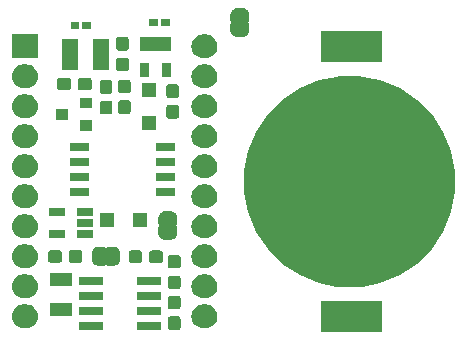
<source format=gbr>
G04 #@! TF.GenerationSoftware,KiCad,Pcbnew,(5.1.5)-3*
G04 #@! TF.CreationDate,2020-05-07T17:46:45-04:00*
G04 #@! TF.ProjectId,CR2025_Nordic,43523230-3235-45f4-9e6f-726469632e6b,rev?*
G04 #@! TF.SameCoordinates,Original*
G04 #@! TF.FileFunction,Soldermask,Top*
G04 #@! TF.FilePolarity,Negative*
%FSLAX46Y46*%
G04 Gerber Fmt 4.6, Leading zero omitted, Abs format (unit mm)*
G04 Created by KiCad (PCBNEW (5.1.5)-3) date 2020-05-07 17:46:45*
%MOMM*%
%LPD*%
G04 APERTURE LIST*
%ADD10C,0.100000*%
G04 APERTURE END LIST*
D10*
G36*
X157018000Y-103351000D02*
G01*
X151836000Y-103351000D01*
X151836000Y-100709000D01*
X157018000Y-100709000D01*
X157018000Y-103351000D01*
G37*
G36*
X138273768Y-102470964D02*
G01*
X138294849Y-102477360D01*
X138314285Y-102487748D01*
X138331316Y-102501724D01*
X138345292Y-102518755D01*
X138355680Y-102538191D01*
X138362076Y-102559272D01*
X138364840Y-102587340D01*
X138364840Y-103051060D01*
X138362076Y-103079128D01*
X138355680Y-103100209D01*
X138345292Y-103119645D01*
X138331316Y-103136676D01*
X138314285Y-103150652D01*
X138294849Y-103161040D01*
X138273768Y-103167436D01*
X138245700Y-103170200D01*
X136431980Y-103170200D01*
X136403912Y-103167436D01*
X136382831Y-103161040D01*
X136363395Y-103150652D01*
X136346364Y-103136676D01*
X136332388Y-103119645D01*
X136322000Y-103100209D01*
X136315604Y-103079128D01*
X136312840Y-103051060D01*
X136312840Y-102587340D01*
X136315604Y-102559272D01*
X136322000Y-102538191D01*
X136332388Y-102518755D01*
X136346364Y-102501724D01*
X136363395Y-102487748D01*
X136382831Y-102477360D01*
X136403912Y-102470964D01*
X136431980Y-102468200D01*
X138245700Y-102468200D01*
X138273768Y-102470964D01*
G37*
G36*
X133323768Y-102470964D02*
G01*
X133344849Y-102477360D01*
X133364285Y-102487748D01*
X133381316Y-102501724D01*
X133395292Y-102518755D01*
X133405680Y-102538191D01*
X133412076Y-102559272D01*
X133414840Y-102587340D01*
X133414840Y-103051060D01*
X133412076Y-103079128D01*
X133405680Y-103100209D01*
X133395292Y-103119645D01*
X133381316Y-103136676D01*
X133364285Y-103150652D01*
X133344849Y-103161040D01*
X133323768Y-103167436D01*
X133295700Y-103170200D01*
X131481980Y-103170200D01*
X131453912Y-103167436D01*
X131432831Y-103161040D01*
X131413395Y-103150652D01*
X131396364Y-103136676D01*
X131382388Y-103119645D01*
X131372000Y-103100209D01*
X131365604Y-103079128D01*
X131362840Y-103051060D01*
X131362840Y-102587340D01*
X131365604Y-102559272D01*
X131372000Y-102538191D01*
X131382388Y-102518755D01*
X131396364Y-102501724D01*
X131413395Y-102487748D01*
X131432831Y-102477360D01*
X131453912Y-102470964D01*
X131481980Y-102468200D01*
X133295700Y-102468200D01*
X133323768Y-102470964D01*
G37*
G36*
X139820659Y-102005045D02*
G01*
X139858155Y-102016420D01*
X139892714Y-102034892D01*
X139923007Y-102059753D01*
X139947868Y-102090046D01*
X139966340Y-102124605D01*
X139977715Y-102162101D01*
X139982160Y-102207238D01*
X139982160Y-102945962D01*
X139977715Y-102991099D01*
X139966340Y-103028595D01*
X139947868Y-103063154D01*
X139923007Y-103093447D01*
X139892714Y-103118308D01*
X139858155Y-103136780D01*
X139820659Y-103148155D01*
X139775522Y-103152600D01*
X139136798Y-103152600D01*
X139091661Y-103148155D01*
X139054165Y-103136780D01*
X139019606Y-103118308D01*
X138989313Y-103093447D01*
X138964452Y-103063154D01*
X138945980Y-103028595D01*
X138934605Y-102991099D01*
X138930160Y-102945962D01*
X138930160Y-102207238D01*
X138934605Y-102162101D01*
X138945980Y-102124605D01*
X138964452Y-102090046D01*
X138989313Y-102059753D01*
X139019606Y-102034892D01*
X139054165Y-102016420D01*
X139091661Y-102005045D01*
X139136798Y-102000600D01*
X139775522Y-102000600D01*
X139820659Y-102005045D01*
G37*
G36*
X127093028Y-101007183D02*
G01*
X127281722Y-101064423D01*
X127455615Y-101157371D01*
X127608039Y-101282461D01*
X127733129Y-101434885D01*
X127826077Y-101608778D01*
X127883317Y-101797472D01*
X127902643Y-101993700D01*
X127883317Y-102189928D01*
X127826077Y-102378622D01*
X127733129Y-102552515D01*
X127608039Y-102704939D01*
X127455615Y-102830029D01*
X127281722Y-102922977D01*
X127093028Y-102980217D01*
X126945975Y-102994700D01*
X126647625Y-102994700D01*
X126500572Y-102980217D01*
X126311878Y-102922977D01*
X126137985Y-102830029D01*
X125985561Y-102704939D01*
X125860471Y-102552515D01*
X125767523Y-102378622D01*
X125710283Y-102189928D01*
X125690957Y-101993700D01*
X125710283Y-101797472D01*
X125767523Y-101608778D01*
X125860471Y-101434885D01*
X125985561Y-101282461D01*
X126137985Y-101157371D01*
X126311878Y-101064423D01*
X126500572Y-101007183D01*
X126647625Y-100992700D01*
X126945975Y-100992700D01*
X127093028Y-101007183D01*
G37*
G36*
X142303028Y-101007183D02*
G01*
X142491722Y-101064423D01*
X142665615Y-101157371D01*
X142818039Y-101282461D01*
X142943129Y-101434885D01*
X143036077Y-101608778D01*
X143093317Y-101797472D01*
X143112643Y-101993700D01*
X143093317Y-102189928D01*
X143036077Y-102378622D01*
X142943129Y-102552515D01*
X142818039Y-102704939D01*
X142665615Y-102830029D01*
X142491722Y-102922977D01*
X142303028Y-102980217D01*
X142155975Y-102994700D01*
X141857625Y-102994700D01*
X141710572Y-102980217D01*
X141521878Y-102922977D01*
X141347985Y-102830029D01*
X141195561Y-102704939D01*
X141070471Y-102552515D01*
X140977523Y-102378622D01*
X140920283Y-102189928D01*
X140900957Y-101993700D01*
X140920283Y-101797472D01*
X140977523Y-101608778D01*
X141070471Y-101434885D01*
X141195561Y-101282461D01*
X141347985Y-101157371D01*
X141521878Y-101064423D01*
X141710572Y-101007183D01*
X141857625Y-100992700D01*
X142155975Y-100992700D01*
X142303028Y-101007183D01*
G37*
G36*
X130795800Y-101937960D02*
G01*
X128893800Y-101937960D01*
X128893800Y-100835960D01*
X130795800Y-100835960D01*
X130795800Y-101937960D01*
G37*
G36*
X138273768Y-101200964D02*
G01*
X138294849Y-101207360D01*
X138314285Y-101217748D01*
X138331316Y-101231724D01*
X138345292Y-101248755D01*
X138355680Y-101268191D01*
X138362076Y-101289272D01*
X138364840Y-101317340D01*
X138364840Y-101781060D01*
X138362076Y-101809128D01*
X138355680Y-101830209D01*
X138345292Y-101849645D01*
X138331316Y-101866676D01*
X138314285Y-101880652D01*
X138294849Y-101891040D01*
X138273768Y-101897436D01*
X138245700Y-101900200D01*
X136431980Y-101900200D01*
X136403912Y-101897436D01*
X136382831Y-101891040D01*
X136363395Y-101880652D01*
X136346364Y-101866676D01*
X136332388Y-101849645D01*
X136322000Y-101830209D01*
X136315604Y-101809128D01*
X136312840Y-101781060D01*
X136312840Y-101317340D01*
X136315604Y-101289272D01*
X136322000Y-101268191D01*
X136332388Y-101248755D01*
X136346364Y-101231724D01*
X136363395Y-101217748D01*
X136382831Y-101207360D01*
X136403912Y-101200964D01*
X136431980Y-101198200D01*
X138245700Y-101198200D01*
X138273768Y-101200964D01*
G37*
G36*
X133323768Y-101200964D02*
G01*
X133344849Y-101207360D01*
X133364285Y-101217748D01*
X133381316Y-101231724D01*
X133395292Y-101248755D01*
X133405680Y-101268191D01*
X133412076Y-101289272D01*
X133414840Y-101317340D01*
X133414840Y-101781060D01*
X133412076Y-101809128D01*
X133405680Y-101830209D01*
X133395292Y-101849645D01*
X133381316Y-101866676D01*
X133364285Y-101880652D01*
X133344849Y-101891040D01*
X133323768Y-101897436D01*
X133295700Y-101900200D01*
X131481980Y-101900200D01*
X131453912Y-101897436D01*
X131432831Y-101891040D01*
X131413395Y-101880652D01*
X131396364Y-101866676D01*
X131382388Y-101849645D01*
X131372000Y-101830209D01*
X131365604Y-101809128D01*
X131362840Y-101781060D01*
X131362840Y-101317340D01*
X131365604Y-101289272D01*
X131372000Y-101268191D01*
X131382388Y-101248755D01*
X131396364Y-101231724D01*
X131413395Y-101217748D01*
X131432831Y-101207360D01*
X131453912Y-101200964D01*
X131481980Y-101198200D01*
X133295700Y-101198200D01*
X133323768Y-101200964D01*
G37*
G36*
X139820659Y-100255045D02*
G01*
X139858155Y-100266420D01*
X139892714Y-100284892D01*
X139923007Y-100309753D01*
X139947868Y-100340046D01*
X139966340Y-100374605D01*
X139977715Y-100412101D01*
X139982160Y-100457238D01*
X139982160Y-101195962D01*
X139977715Y-101241099D01*
X139966340Y-101278595D01*
X139947868Y-101313154D01*
X139923007Y-101343447D01*
X139892714Y-101368308D01*
X139858155Y-101386780D01*
X139820659Y-101398155D01*
X139775522Y-101402600D01*
X139136798Y-101402600D01*
X139091661Y-101398155D01*
X139054165Y-101386780D01*
X139019606Y-101368308D01*
X138989313Y-101343447D01*
X138964452Y-101313154D01*
X138945980Y-101278595D01*
X138934605Y-101241099D01*
X138930160Y-101195962D01*
X138930160Y-100457238D01*
X138934605Y-100412101D01*
X138945980Y-100374605D01*
X138964452Y-100340046D01*
X138989313Y-100309753D01*
X139019606Y-100284892D01*
X139054165Y-100266420D01*
X139091661Y-100255045D01*
X139136798Y-100250600D01*
X139775522Y-100250600D01*
X139820659Y-100255045D01*
G37*
G36*
X138273768Y-99930964D02*
G01*
X138294849Y-99937360D01*
X138314285Y-99947748D01*
X138331316Y-99961724D01*
X138345292Y-99978755D01*
X138355680Y-99998191D01*
X138362076Y-100019272D01*
X138364840Y-100047340D01*
X138364840Y-100511060D01*
X138362076Y-100539128D01*
X138355680Y-100560209D01*
X138345292Y-100579645D01*
X138331316Y-100596676D01*
X138314285Y-100610652D01*
X138294849Y-100621040D01*
X138273768Y-100627436D01*
X138245700Y-100630200D01*
X136431980Y-100630200D01*
X136403912Y-100627436D01*
X136382831Y-100621040D01*
X136363395Y-100610652D01*
X136346364Y-100596676D01*
X136332388Y-100579645D01*
X136322000Y-100560209D01*
X136315604Y-100539128D01*
X136312840Y-100511060D01*
X136312840Y-100047340D01*
X136315604Y-100019272D01*
X136322000Y-99998191D01*
X136332388Y-99978755D01*
X136346364Y-99961724D01*
X136363395Y-99947748D01*
X136382831Y-99937360D01*
X136403912Y-99930964D01*
X136431980Y-99928200D01*
X138245700Y-99928200D01*
X138273768Y-99930964D01*
G37*
G36*
X133323768Y-99930964D02*
G01*
X133344849Y-99937360D01*
X133364285Y-99947748D01*
X133381316Y-99961724D01*
X133395292Y-99978755D01*
X133405680Y-99998191D01*
X133412076Y-100019272D01*
X133414840Y-100047340D01*
X133414840Y-100511060D01*
X133412076Y-100539128D01*
X133405680Y-100560209D01*
X133395292Y-100579645D01*
X133381316Y-100596676D01*
X133364285Y-100610652D01*
X133344849Y-100621040D01*
X133323768Y-100627436D01*
X133295700Y-100630200D01*
X131481980Y-100630200D01*
X131453912Y-100627436D01*
X131432831Y-100621040D01*
X131413395Y-100610652D01*
X131396364Y-100596676D01*
X131382388Y-100579645D01*
X131372000Y-100560209D01*
X131365604Y-100539128D01*
X131362840Y-100511060D01*
X131362840Y-100047340D01*
X131365604Y-100019272D01*
X131372000Y-99998191D01*
X131382388Y-99978755D01*
X131396364Y-99961724D01*
X131413395Y-99947748D01*
X131432831Y-99937360D01*
X131453912Y-99930964D01*
X131481980Y-99928200D01*
X133295700Y-99928200D01*
X133323768Y-99930964D01*
G37*
G36*
X127093028Y-98467183D02*
G01*
X127281722Y-98524423D01*
X127455615Y-98617371D01*
X127608039Y-98742461D01*
X127733129Y-98894885D01*
X127826077Y-99068778D01*
X127883317Y-99257472D01*
X127902643Y-99453700D01*
X127883317Y-99649928D01*
X127826077Y-99838622D01*
X127733129Y-100012515D01*
X127608039Y-100164939D01*
X127455615Y-100290029D01*
X127281722Y-100382977D01*
X127093028Y-100440217D01*
X126945975Y-100454700D01*
X126647625Y-100454700D01*
X126500572Y-100440217D01*
X126311878Y-100382977D01*
X126137985Y-100290029D01*
X125985561Y-100164939D01*
X125860471Y-100012515D01*
X125767523Y-99838622D01*
X125710283Y-99649928D01*
X125690957Y-99453700D01*
X125710283Y-99257472D01*
X125767523Y-99068778D01*
X125860471Y-98894885D01*
X125985561Y-98742461D01*
X126137985Y-98617371D01*
X126311878Y-98524423D01*
X126500572Y-98467183D01*
X126647625Y-98452700D01*
X126945975Y-98452700D01*
X127093028Y-98467183D01*
G37*
G36*
X142303028Y-98467183D02*
G01*
X142491722Y-98524423D01*
X142665615Y-98617371D01*
X142818039Y-98742461D01*
X142943129Y-98894885D01*
X143036077Y-99068778D01*
X143093317Y-99257472D01*
X143112643Y-99453700D01*
X143093317Y-99649928D01*
X143036077Y-99838622D01*
X142943129Y-100012515D01*
X142818039Y-100164939D01*
X142665615Y-100290029D01*
X142491722Y-100382977D01*
X142303028Y-100440217D01*
X142155975Y-100454700D01*
X141857625Y-100454700D01*
X141710572Y-100440217D01*
X141521878Y-100382977D01*
X141347985Y-100290029D01*
X141195561Y-100164939D01*
X141070471Y-100012515D01*
X140977523Y-99838622D01*
X140920283Y-99649928D01*
X140900957Y-99453700D01*
X140920283Y-99257472D01*
X140977523Y-99068778D01*
X141070471Y-98894885D01*
X141195561Y-98742461D01*
X141347985Y-98617371D01*
X141521878Y-98524423D01*
X141710572Y-98467183D01*
X141857625Y-98452700D01*
X142155975Y-98452700D01*
X142303028Y-98467183D01*
G37*
G36*
X139820659Y-98550645D02*
G01*
X139858155Y-98562020D01*
X139892714Y-98580492D01*
X139923007Y-98605353D01*
X139947868Y-98635646D01*
X139966340Y-98670205D01*
X139977715Y-98707701D01*
X139982160Y-98752838D01*
X139982160Y-99491562D01*
X139977715Y-99536699D01*
X139966340Y-99574195D01*
X139947868Y-99608754D01*
X139923007Y-99639047D01*
X139892714Y-99663908D01*
X139858155Y-99682380D01*
X139820659Y-99693755D01*
X139775522Y-99698200D01*
X139136798Y-99698200D01*
X139091661Y-99693755D01*
X139054165Y-99682380D01*
X139019606Y-99663908D01*
X138989313Y-99639047D01*
X138964452Y-99608754D01*
X138945980Y-99574195D01*
X138934605Y-99536699D01*
X138930160Y-99491562D01*
X138930160Y-98752838D01*
X138934605Y-98707701D01*
X138945980Y-98670205D01*
X138964452Y-98635646D01*
X138989313Y-98605353D01*
X139019606Y-98580492D01*
X139054165Y-98562020D01*
X139091661Y-98550645D01*
X139136798Y-98546200D01*
X139775522Y-98546200D01*
X139820659Y-98550645D01*
G37*
G36*
X155395800Y-81701803D02*
G01*
X156907994Y-82002597D01*
X158535152Y-82676588D01*
X159999555Y-83655072D01*
X161244928Y-84900445D01*
X162223412Y-86364848D01*
X162897403Y-87992006D01*
X163241000Y-89719388D01*
X163241000Y-91480612D01*
X162897403Y-93207994D01*
X162223412Y-94835152D01*
X161244928Y-96299555D01*
X159999555Y-97544928D01*
X158535152Y-98523412D01*
X156907994Y-99197403D01*
X155454557Y-99486509D01*
X155180613Y-99541000D01*
X153419387Y-99541000D01*
X153145443Y-99486509D01*
X151692006Y-99197403D01*
X150064848Y-98523412D01*
X148600445Y-97544928D01*
X147355072Y-96299555D01*
X146376588Y-94835152D01*
X145702597Y-93207994D01*
X145359000Y-91480612D01*
X145359000Y-89719388D01*
X145702597Y-87992006D01*
X146376588Y-86364848D01*
X147355072Y-84900445D01*
X148600445Y-83655072D01*
X150064848Y-82676588D01*
X151692006Y-82002597D01*
X153204200Y-81701803D01*
X153419387Y-81659000D01*
X155180613Y-81659000D01*
X155395800Y-81701803D01*
G37*
G36*
X130795800Y-99437960D02*
G01*
X128893800Y-99437960D01*
X128893800Y-98335960D01*
X130795800Y-98335960D01*
X130795800Y-99437960D01*
G37*
G36*
X138273768Y-98660964D02*
G01*
X138294849Y-98667360D01*
X138314285Y-98677748D01*
X138331316Y-98691724D01*
X138345292Y-98708755D01*
X138355680Y-98728191D01*
X138362076Y-98749272D01*
X138364840Y-98777340D01*
X138364840Y-99241060D01*
X138362076Y-99269128D01*
X138355680Y-99290209D01*
X138345292Y-99309645D01*
X138331316Y-99326676D01*
X138314285Y-99340652D01*
X138294849Y-99351040D01*
X138273768Y-99357436D01*
X138245700Y-99360200D01*
X136431980Y-99360200D01*
X136403912Y-99357436D01*
X136382831Y-99351040D01*
X136363395Y-99340652D01*
X136346364Y-99326676D01*
X136332388Y-99309645D01*
X136322000Y-99290209D01*
X136315604Y-99269128D01*
X136312840Y-99241060D01*
X136312840Y-98777340D01*
X136315604Y-98749272D01*
X136322000Y-98728191D01*
X136332388Y-98708755D01*
X136346364Y-98691724D01*
X136363395Y-98677748D01*
X136382831Y-98667360D01*
X136403912Y-98660964D01*
X136431980Y-98658200D01*
X138245700Y-98658200D01*
X138273768Y-98660964D01*
G37*
G36*
X133323768Y-98660964D02*
G01*
X133344849Y-98667360D01*
X133364285Y-98677748D01*
X133381316Y-98691724D01*
X133395292Y-98708755D01*
X133405680Y-98728191D01*
X133412076Y-98749272D01*
X133414840Y-98777340D01*
X133414840Y-99241060D01*
X133412076Y-99269128D01*
X133405680Y-99290209D01*
X133395292Y-99309645D01*
X133381316Y-99326676D01*
X133364285Y-99340652D01*
X133344849Y-99351040D01*
X133323768Y-99357436D01*
X133295700Y-99360200D01*
X131481980Y-99360200D01*
X131453912Y-99357436D01*
X131432831Y-99351040D01*
X131413395Y-99340652D01*
X131396364Y-99326676D01*
X131382388Y-99309645D01*
X131372000Y-99290209D01*
X131365604Y-99269128D01*
X131362840Y-99241060D01*
X131362840Y-98777340D01*
X131365604Y-98749272D01*
X131372000Y-98728191D01*
X131382388Y-98708755D01*
X131396364Y-98691724D01*
X131413395Y-98677748D01*
X131432831Y-98667360D01*
X131453912Y-98660964D01*
X131481980Y-98658200D01*
X133295700Y-98658200D01*
X133323768Y-98660964D01*
G37*
G36*
X139820659Y-96800645D02*
G01*
X139858155Y-96812020D01*
X139892714Y-96830492D01*
X139923007Y-96855353D01*
X139947868Y-96885646D01*
X139966340Y-96920205D01*
X139977715Y-96957701D01*
X139982160Y-97002838D01*
X139982160Y-97741562D01*
X139977715Y-97786699D01*
X139966340Y-97824195D01*
X139947868Y-97858754D01*
X139923007Y-97889047D01*
X139892714Y-97913908D01*
X139858155Y-97932380D01*
X139820659Y-97943755D01*
X139775522Y-97948200D01*
X139136798Y-97948200D01*
X139091661Y-97943755D01*
X139054165Y-97932380D01*
X139019606Y-97913908D01*
X138989313Y-97889047D01*
X138964452Y-97858754D01*
X138945980Y-97824195D01*
X138934605Y-97786699D01*
X138930160Y-97741562D01*
X138930160Y-97002838D01*
X138934605Y-96957701D01*
X138945980Y-96920205D01*
X138964452Y-96885646D01*
X138989313Y-96855353D01*
X139019606Y-96830492D01*
X139054165Y-96812020D01*
X139091661Y-96800645D01*
X139136798Y-96796200D01*
X139775522Y-96796200D01*
X139820659Y-96800645D01*
G37*
G36*
X142303028Y-95927183D02*
G01*
X142491722Y-95984423D01*
X142665615Y-96077371D01*
X142818039Y-96202461D01*
X142943129Y-96354885D01*
X143036077Y-96528778D01*
X143036078Y-96528781D01*
X143040296Y-96542685D01*
X143093317Y-96717472D01*
X143112643Y-96913700D01*
X143093317Y-97109928D01*
X143036077Y-97298622D01*
X142943129Y-97472515D01*
X142818039Y-97624939D01*
X142665615Y-97750029D01*
X142491722Y-97842977D01*
X142303028Y-97900217D01*
X142155975Y-97914700D01*
X141857625Y-97914700D01*
X141710572Y-97900217D01*
X141521878Y-97842977D01*
X141347985Y-97750029D01*
X141195561Y-97624939D01*
X141070471Y-97472515D01*
X140977523Y-97298622D01*
X140920283Y-97109928D01*
X140900957Y-96913700D01*
X140920283Y-96717472D01*
X140973304Y-96542685D01*
X140977522Y-96528781D01*
X140977523Y-96528778D01*
X141070471Y-96354885D01*
X141195561Y-96202461D01*
X141347985Y-96077371D01*
X141521878Y-95984423D01*
X141710572Y-95927183D01*
X141857625Y-95912700D01*
X142155975Y-95912700D01*
X142303028Y-95927183D01*
G37*
G36*
X127093028Y-95927183D02*
G01*
X127281722Y-95984423D01*
X127455615Y-96077371D01*
X127608039Y-96202461D01*
X127733129Y-96354885D01*
X127826077Y-96528778D01*
X127826078Y-96528781D01*
X127830296Y-96542685D01*
X127883317Y-96717472D01*
X127902643Y-96913700D01*
X127883317Y-97109928D01*
X127826077Y-97298622D01*
X127733129Y-97472515D01*
X127608039Y-97624939D01*
X127455615Y-97750029D01*
X127281722Y-97842977D01*
X127093028Y-97900217D01*
X126945975Y-97914700D01*
X126647625Y-97914700D01*
X126500572Y-97900217D01*
X126311878Y-97842977D01*
X126137985Y-97750029D01*
X125985561Y-97624939D01*
X125860471Y-97472515D01*
X125767523Y-97298622D01*
X125710283Y-97109928D01*
X125690957Y-96913700D01*
X125710283Y-96717472D01*
X125763304Y-96542685D01*
X125767522Y-96528781D01*
X125767523Y-96528778D01*
X125860471Y-96354885D01*
X125985561Y-96202461D01*
X126137985Y-96077371D01*
X126311878Y-95984423D01*
X126500572Y-95927183D01*
X126647625Y-95912700D01*
X126945975Y-95912700D01*
X127093028Y-95927183D01*
G37*
G36*
X133535119Y-96105817D02*
G01*
X133544728Y-96108732D01*
X133553592Y-96113470D01*
X133561357Y-96119843D01*
X133571568Y-96132286D01*
X133578498Y-96142655D01*
X133595825Y-96159982D01*
X133616200Y-96173595D01*
X133638840Y-96182971D01*
X133662873Y-96187751D01*
X133687377Y-96187750D01*
X133711410Y-96182968D01*
X133734049Y-96173590D01*
X133754422Y-96159975D01*
X133771749Y-96142648D01*
X133778678Y-96132278D01*
X133788883Y-96119843D01*
X133796648Y-96113470D01*
X133805512Y-96108732D01*
X133815121Y-96105817D01*
X133831260Y-96104228D01*
X134318981Y-96104228D01*
X134337319Y-96106034D01*
X134349570Y-96106636D01*
X134367989Y-96106636D01*
X134390269Y-96108830D01*
X134474353Y-96125556D01*
X134495780Y-96132056D01*
X134574978Y-96164860D01*
X134580423Y-96167771D01*
X134580429Y-96167773D01*
X134589289Y-96172509D01*
X134589293Y-96172512D01*
X134594734Y-96175420D01*
X134666019Y-96223051D01*
X134683324Y-96237252D01*
X134743948Y-96297876D01*
X134758149Y-96315181D01*
X134805780Y-96386466D01*
X134808688Y-96391907D01*
X134808691Y-96391911D01*
X134813427Y-96400771D01*
X134813429Y-96400777D01*
X134816340Y-96406222D01*
X134849144Y-96485420D01*
X134855644Y-96506847D01*
X134872370Y-96590931D01*
X134874564Y-96613211D01*
X134874564Y-96631630D01*
X134875166Y-96643881D01*
X134876972Y-96662219D01*
X134876972Y-97149942D01*
X134875166Y-97168279D01*
X134874564Y-97180530D01*
X134874564Y-97198949D01*
X134872370Y-97221229D01*
X134855644Y-97305313D01*
X134849144Y-97326740D01*
X134816340Y-97405938D01*
X134813429Y-97411383D01*
X134813427Y-97411389D01*
X134808691Y-97420249D01*
X134808688Y-97420253D01*
X134805780Y-97425694D01*
X134758149Y-97496979D01*
X134743948Y-97514284D01*
X134683324Y-97574908D01*
X134666019Y-97589109D01*
X134594734Y-97636740D01*
X134589293Y-97639648D01*
X134589289Y-97639651D01*
X134580429Y-97644387D01*
X134580423Y-97644389D01*
X134574978Y-97647300D01*
X134495780Y-97680104D01*
X134474353Y-97686604D01*
X134390269Y-97703330D01*
X134367989Y-97705524D01*
X134349570Y-97705524D01*
X134337319Y-97706126D01*
X134318982Y-97707932D01*
X133831260Y-97707932D01*
X133815121Y-97706343D01*
X133805512Y-97703428D01*
X133796648Y-97698690D01*
X133788883Y-97692317D01*
X133778672Y-97679874D01*
X133771742Y-97669505D01*
X133754415Y-97652178D01*
X133734040Y-97638565D01*
X133711400Y-97629189D01*
X133687367Y-97624409D01*
X133662863Y-97624410D01*
X133638830Y-97629192D01*
X133616191Y-97638570D01*
X133595818Y-97652185D01*
X133578491Y-97669512D01*
X133571562Y-97679882D01*
X133561357Y-97692317D01*
X133553592Y-97698690D01*
X133544728Y-97703428D01*
X133535119Y-97706343D01*
X133518980Y-97707932D01*
X133031258Y-97707932D01*
X133012921Y-97706126D01*
X133000670Y-97705524D01*
X132982251Y-97705524D01*
X132959971Y-97703330D01*
X132875887Y-97686604D01*
X132854460Y-97680104D01*
X132775262Y-97647300D01*
X132769817Y-97644389D01*
X132769811Y-97644387D01*
X132760951Y-97639651D01*
X132760947Y-97639648D01*
X132755506Y-97636740D01*
X132684221Y-97589109D01*
X132666916Y-97574908D01*
X132606292Y-97514284D01*
X132592091Y-97496979D01*
X132544460Y-97425694D01*
X132541552Y-97420253D01*
X132541549Y-97420249D01*
X132536813Y-97411389D01*
X132536811Y-97411383D01*
X132533900Y-97405938D01*
X132501096Y-97326740D01*
X132494596Y-97305313D01*
X132477870Y-97221229D01*
X132475676Y-97198949D01*
X132475676Y-97180530D01*
X132475074Y-97168279D01*
X132473268Y-97149942D01*
X132473268Y-96662219D01*
X132475074Y-96643881D01*
X132475676Y-96631630D01*
X132475676Y-96613211D01*
X132477870Y-96590931D01*
X132494596Y-96506847D01*
X132501096Y-96485420D01*
X132533900Y-96406222D01*
X132536811Y-96400777D01*
X132536813Y-96400771D01*
X132541549Y-96391911D01*
X132541552Y-96391907D01*
X132544460Y-96386466D01*
X132592091Y-96315181D01*
X132606292Y-96297876D01*
X132666916Y-96237252D01*
X132684221Y-96223051D01*
X132755506Y-96175420D01*
X132760947Y-96172512D01*
X132760951Y-96172509D01*
X132769811Y-96167773D01*
X132769817Y-96167771D01*
X132775262Y-96164860D01*
X132854460Y-96132056D01*
X132875887Y-96125556D01*
X132959971Y-96108830D01*
X132982251Y-96106636D01*
X133000670Y-96106636D01*
X133012921Y-96106034D01*
X133031259Y-96104228D01*
X133518980Y-96104228D01*
X133535119Y-96105817D01*
G37*
G36*
X138322499Y-96430245D02*
G01*
X138359995Y-96441620D01*
X138394554Y-96460092D01*
X138424847Y-96484953D01*
X138449708Y-96515246D01*
X138468180Y-96549805D01*
X138479555Y-96587301D01*
X138484000Y-96632438D01*
X138484000Y-97271162D01*
X138479555Y-97316299D01*
X138468180Y-97353795D01*
X138449708Y-97388354D01*
X138424847Y-97418647D01*
X138394554Y-97443508D01*
X138359995Y-97461980D01*
X138322499Y-97473355D01*
X138277362Y-97477800D01*
X137538638Y-97477800D01*
X137493501Y-97473355D01*
X137456005Y-97461980D01*
X137421446Y-97443508D01*
X137391153Y-97418647D01*
X137366292Y-97388354D01*
X137347820Y-97353795D01*
X137336445Y-97316299D01*
X137332000Y-97271162D01*
X137332000Y-96632438D01*
X137336445Y-96587301D01*
X137347820Y-96549805D01*
X137366292Y-96515246D01*
X137391153Y-96484953D01*
X137421446Y-96460092D01*
X137456005Y-96441620D01*
X137493501Y-96430245D01*
X137538638Y-96425800D01*
X138277362Y-96425800D01*
X138322499Y-96430245D01*
G37*
G36*
X136572499Y-96430245D02*
G01*
X136609995Y-96441620D01*
X136644554Y-96460092D01*
X136674847Y-96484953D01*
X136699708Y-96515246D01*
X136718180Y-96549805D01*
X136729555Y-96587301D01*
X136734000Y-96632438D01*
X136734000Y-97271162D01*
X136729555Y-97316299D01*
X136718180Y-97353795D01*
X136699708Y-97388354D01*
X136674847Y-97418647D01*
X136644554Y-97443508D01*
X136609995Y-97461980D01*
X136572499Y-97473355D01*
X136527362Y-97477800D01*
X135788638Y-97477800D01*
X135743501Y-97473355D01*
X135706005Y-97461980D01*
X135671446Y-97443508D01*
X135641153Y-97418647D01*
X135616292Y-97388354D01*
X135597820Y-97353795D01*
X135586445Y-97316299D01*
X135582000Y-97271162D01*
X135582000Y-96632438D01*
X135586445Y-96587301D01*
X135597820Y-96549805D01*
X135616292Y-96515246D01*
X135641153Y-96484953D01*
X135671446Y-96460092D01*
X135706005Y-96441620D01*
X135743501Y-96430245D01*
X135788638Y-96425800D01*
X136527362Y-96425800D01*
X136572499Y-96430245D01*
G37*
G36*
X131515299Y-96409925D02*
G01*
X131552795Y-96421300D01*
X131587354Y-96439772D01*
X131617647Y-96464633D01*
X131642508Y-96494926D01*
X131660980Y-96529485D01*
X131672355Y-96566981D01*
X131676800Y-96612118D01*
X131676800Y-97250842D01*
X131672355Y-97295979D01*
X131660980Y-97333475D01*
X131642508Y-97368034D01*
X131617647Y-97398327D01*
X131587354Y-97423188D01*
X131552795Y-97441660D01*
X131515299Y-97453035D01*
X131470162Y-97457480D01*
X130731438Y-97457480D01*
X130686301Y-97453035D01*
X130648805Y-97441660D01*
X130614246Y-97423188D01*
X130583953Y-97398327D01*
X130559092Y-97368034D01*
X130540620Y-97333475D01*
X130529245Y-97295979D01*
X130524800Y-97250842D01*
X130524800Y-96612118D01*
X130529245Y-96566981D01*
X130540620Y-96529485D01*
X130559092Y-96494926D01*
X130583953Y-96464633D01*
X130614246Y-96439772D01*
X130648805Y-96421300D01*
X130686301Y-96409925D01*
X130731438Y-96405480D01*
X131470162Y-96405480D01*
X131515299Y-96409925D01*
G37*
G36*
X129765299Y-96409925D02*
G01*
X129802795Y-96421300D01*
X129837354Y-96439772D01*
X129867647Y-96464633D01*
X129892508Y-96494926D01*
X129910980Y-96529485D01*
X129922355Y-96566981D01*
X129926800Y-96612118D01*
X129926800Y-97250842D01*
X129922355Y-97295979D01*
X129910980Y-97333475D01*
X129892508Y-97368034D01*
X129867647Y-97398327D01*
X129837354Y-97423188D01*
X129802795Y-97441660D01*
X129765299Y-97453035D01*
X129720162Y-97457480D01*
X128981438Y-97457480D01*
X128936301Y-97453035D01*
X128898805Y-97441660D01*
X128864246Y-97423188D01*
X128833953Y-97398327D01*
X128809092Y-97368034D01*
X128790620Y-97333475D01*
X128779245Y-97295979D01*
X128774800Y-97250842D01*
X128774800Y-96612118D01*
X128779245Y-96566981D01*
X128790620Y-96529485D01*
X128809092Y-96494926D01*
X128833953Y-96464633D01*
X128864246Y-96439772D01*
X128898805Y-96421300D01*
X128936301Y-96409925D01*
X128981438Y-96405480D01*
X129720162Y-96405480D01*
X129765299Y-96409925D01*
G37*
G36*
X139164639Y-93099994D02*
G01*
X139176890Y-93100596D01*
X139195309Y-93100596D01*
X139217589Y-93102790D01*
X139301673Y-93119516D01*
X139323100Y-93126016D01*
X139402298Y-93158820D01*
X139407743Y-93161731D01*
X139407749Y-93161733D01*
X139416609Y-93166469D01*
X139416613Y-93166472D01*
X139422054Y-93169380D01*
X139493339Y-93217011D01*
X139510644Y-93231212D01*
X139571268Y-93291836D01*
X139585469Y-93309141D01*
X139633100Y-93380426D01*
X139636008Y-93385867D01*
X139636011Y-93385871D01*
X139640747Y-93394731D01*
X139640749Y-93394737D01*
X139643660Y-93400182D01*
X139676464Y-93479380D01*
X139682964Y-93500807D01*
X139699690Y-93584891D01*
X139701884Y-93607171D01*
X139701884Y-93625590D01*
X139702486Y-93637841D01*
X139704292Y-93656179D01*
X139704292Y-94143900D01*
X139702703Y-94160039D01*
X139699788Y-94169648D01*
X139695050Y-94178512D01*
X139688677Y-94186277D01*
X139676234Y-94196488D01*
X139665865Y-94203418D01*
X139648538Y-94220745D01*
X139634925Y-94241120D01*
X139625549Y-94263760D01*
X139620769Y-94287793D01*
X139620770Y-94312297D01*
X139625552Y-94336330D01*
X139634930Y-94358969D01*
X139648545Y-94379342D01*
X139665872Y-94396669D01*
X139676242Y-94403598D01*
X139688677Y-94413803D01*
X139695050Y-94421568D01*
X139699788Y-94430432D01*
X139702703Y-94440041D01*
X139704292Y-94456180D01*
X139704292Y-94943902D01*
X139702486Y-94962239D01*
X139701884Y-94974490D01*
X139701884Y-94992909D01*
X139699690Y-95015189D01*
X139682964Y-95099273D01*
X139676464Y-95120700D01*
X139643660Y-95199898D01*
X139640749Y-95205343D01*
X139640747Y-95205349D01*
X139636011Y-95214209D01*
X139636008Y-95214213D01*
X139633100Y-95219654D01*
X139585469Y-95290939D01*
X139571268Y-95308244D01*
X139510644Y-95368868D01*
X139493339Y-95383069D01*
X139422054Y-95430700D01*
X139416613Y-95433608D01*
X139416609Y-95433611D01*
X139407749Y-95438347D01*
X139407743Y-95438349D01*
X139402298Y-95441260D01*
X139323100Y-95474064D01*
X139301673Y-95480564D01*
X139217589Y-95497290D01*
X139195309Y-95499484D01*
X139176890Y-95499484D01*
X139164639Y-95500086D01*
X139146302Y-95501892D01*
X138658578Y-95501892D01*
X138640241Y-95500086D01*
X138627990Y-95499484D01*
X138609571Y-95499484D01*
X138587291Y-95497290D01*
X138503207Y-95480564D01*
X138481780Y-95474064D01*
X138402582Y-95441260D01*
X138397137Y-95438349D01*
X138397131Y-95438347D01*
X138388271Y-95433611D01*
X138388267Y-95433608D01*
X138382826Y-95430700D01*
X138311541Y-95383069D01*
X138294236Y-95368868D01*
X138233612Y-95308244D01*
X138219411Y-95290939D01*
X138171780Y-95219654D01*
X138168872Y-95214213D01*
X138168869Y-95214209D01*
X138164133Y-95205349D01*
X138164131Y-95205343D01*
X138161220Y-95199898D01*
X138128416Y-95120700D01*
X138121916Y-95099273D01*
X138105190Y-95015189D01*
X138102996Y-94992909D01*
X138102996Y-94974490D01*
X138102394Y-94962239D01*
X138100588Y-94943902D01*
X138100588Y-94456180D01*
X138102177Y-94440041D01*
X138105092Y-94430432D01*
X138109830Y-94421568D01*
X138116203Y-94413803D01*
X138128646Y-94403592D01*
X138139015Y-94396662D01*
X138156342Y-94379335D01*
X138169955Y-94358960D01*
X138179331Y-94336320D01*
X138184111Y-94312287D01*
X138184110Y-94287783D01*
X138179328Y-94263750D01*
X138169950Y-94241111D01*
X138156335Y-94220738D01*
X138139008Y-94203411D01*
X138128638Y-94196482D01*
X138116203Y-94186277D01*
X138109830Y-94178512D01*
X138105092Y-94169648D01*
X138102177Y-94160039D01*
X138100588Y-94143900D01*
X138100588Y-93656179D01*
X138102394Y-93637841D01*
X138102996Y-93625590D01*
X138102996Y-93607171D01*
X138105190Y-93584891D01*
X138121916Y-93500807D01*
X138128416Y-93479380D01*
X138161220Y-93400182D01*
X138164131Y-93394737D01*
X138164133Y-93394731D01*
X138168869Y-93385871D01*
X138168872Y-93385867D01*
X138171780Y-93380426D01*
X138219411Y-93309141D01*
X138233612Y-93291836D01*
X138294236Y-93231212D01*
X138311541Y-93217011D01*
X138382826Y-93169380D01*
X138388267Y-93166472D01*
X138388271Y-93166469D01*
X138397131Y-93161733D01*
X138397137Y-93161731D01*
X138402582Y-93158820D01*
X138481780Y-93126016D01*
X138503207Y-93119516D01*
X138587291Y-93102790D01*
X138609571Y-93100596D01*
X138627990Y-93100596D01*
X138640241Y-93099994D01*
X138658579Y-93098188D01*
X139146301Y-93098188D01*
X139164639Y-93099994D01*
G37*
G36*
X142303028Y-93387183D02*
G01*
X142491722Y-93444423D01*
X142665615Y-93537371D01*
X142818039Y-93662461D01*
X142943129Y-93814885D01*
X143036077Y-93988778D01*
X143093317Y-94177472D01*
X143112643Y-94373700D01*
X143093317Y-94569928D01*
X143036077Y-94758622D01*
X142943129Y-94932515D01*
X142818039Y-95084939D01*
X142665615Y-95210029D01*
X142491722Y-95302977D01*
X142303028Y-95360217D01*
X142155975Y-95374700D01*
X141857625Y-95374700D01*
X141710572Y-95360217D01*
X141521878Y-95302977D01*
X141347985Y-95210029D01*
X141195561Y-95084939D01*
X141070471Y-94932515D01*
X140977523Y-94758622D01*
X140920283Y-94569928D01*
X140900957Y-94373700D01*
X140920283Y-94177472D01*
X140977523Y-93988778D01*
X141070471Y-93814885D01*
X141195561Y-93662461D01*
X141347985Y-93537371D01*
X141521878Y-93444423D01*
X141710572Y-93387183D01*
X141857625Y-93372700D01*
X142155975Y-93372700D01*
X142303028Y-93387183D01*
G37*
G36*
X127093028Y-93387183D02*
G01*
X127281722Y-93444423D01*
X127455615Y-93537371D01*
X127608039Y-93662461D01*
X127733129Y-93814885D01*
X127826077Y-93988778D01*
X127883317Y-94177472D01*
X127902643Y-94373700D01*
X127883317Y-94569928D01*
X127826077Y-94758622D01*
X127733129Y-94932515D01*
X127608039Y-95084939D01*
X127455615Y-95210029D01*
X127281722Y-95302977D01*
X127093028Y-95360217D01*
X126945975Y-95374700D01*
X126647625Y-95374700D01*
X126500572Y-95360217D01*
X126311878Y-95302977D01*
X126137985Y-95210029D01*
X125985561Y-95084939D01*
X125860471Y-94932515D01*
X125767523Y-94758622D01*
X125710283Y-94569928D01*
X125690957Y-94373700D01*
X125710283Y-94177472D01*
X125767523Y-93988778D01*
X125860471Y-93814885D01*
X125985561Y-93662461D01*
X126137985Y-93537371D01*
X126311878Y-93444423D01*
X126500572Y-93387183D01*
X126647625Y-93372700D01*
X126945975Y-93372700D01*
X127093028Y-93387183D01*
G37*
G36*
X132554240Y-95367760D02*
G01*
X131212240Y-95367760D01*
X131212240Y-94715760D01*
X132554240Y-94715760D01*
X132554240Y-95367760D01*
G37*
G36*
X130184240Y-95367760D02*
G01*
X128842240Y-95367760D01*
X128842240Y-94715760D01*
X130184240Y-94715760D01*
X130184240Y-95367760D01*
G37*
G36*
X134359480Y-94459080D02*
G01*
X133157480Y-94459080D01*
X133157480Y-93257080D01*
X134359480Y-93257080D01*
X134359480Y-94459080D01*
G37*
G36*
X137159480Y-94459080D02*
G01*
X135957480Y-94459080D01*
X135957480Y-93257080D01*
X137159480Y-93257080D01*
X137159480Y-94459080D01*
G37*
G36*
X132554240Y-94417760D02*
G01*
X131212240Y-94417760D01*
X131212240Y-93765760D01*
X132554240Y-93765760D01*
X132554240Y-94417760D01*
G37*
G36*
X130184240Y-93467760D02*
G01*
X128842240Y-93467760D01*
X128842240Y-92815760D01*
X130184240Y-92815760D01*
X130184240Y-93467760D01*
G37*
G36*
X132554240Y-93467760D02*
G01*
X131212240Y-93467760D01*
X131212240Y-92815760D01*
X132554240Y-92815760D01*
X132554240Y-93467760D01*
G37*
G36*
X127093028Y-90847183D02*
G01*
X127281722Y-90904423D01*
X127455615Y-90997371D01*
X127608039Y-91122461D01*
X127733129Y-91274885D01*
X127826077Y-91448778D01*
X127883317Y-91637472D01*
X127902643Y-91833700D01*
X127883317Y-92029928D01*
X127826077Y-92218622D01*
X127733129Y-92392515D01*
X127608039Y-92544939D01*
X127455615Y-92670029D01*
X127281722Y-92762977D01*
X127093028Y-92820217D01*
X126945975Y-92834700D01*
X126647625Y-92834700D01*
X126500572Y-92820217D01*
X126311878Y-92762977D01*
X126137985Y-92670029D01*
X125985561Y-92544939D01*
X125860471Y-92392515D01*
X125767523Y-92218622D01*
X125710283Y-92029928D01*
X125690957Y-91833700D01*
X125710283Y-91637472D01*
X125767523Y-91448778D01*
X125860471Y-91274885D01*
X125985561Y-91122461D01*
X126137985Y-90997371D01*
X126311878Y-90904423D01*
X126500572Y-90847183D01*
X126647625Y-90832700D01*
X126945975Y-90832700D01*
X127093028Y-90847183D01*
G37*
G36*
X142303028Y-90847183D02*
G01*
X142491722Y-90904423D01*
X142665615Y-90997371D01*
X142818039Y-91122461D01*
X142943129Y-91274885D01*
X143036077Y-91448778D01*
X143093317Y-91637472D01*
X143112643Y-91833700D01*
X143093317Y-92029928D01*
X143036077Y-92218622D01*
X142943129Y-92392515D01*
X142818039Y-92544939D01*
X142665615Y-92670029D01*
X142491722Y-92762977D01*
X142303028Y-92820217D01*
X142155975Y-92834700D01*
X141857625Y-92834700D01*
X141710572Y-92820217D01*
X141521878Y-92762977D01*
X141347985Y-92670029D01*
X141195561Y-92544939D01*
X141070471Y-92392515D01*
X140977523Y-92218622D01*
X140920283Y-92029928D01*
X140900957Y-91833700D01*
X140920283Y-91637472D01*
X140977523Y-91448778D01*
X141070471Y-91274885D01*
X141195561Y-91122461D01*
X141347985Y-90997371D01*
X141521878Y-90904423D01*
X141710572Y-90847183D01*
X141857625Y-90832700D01*
X142155975Y-90832700D01*
X142303028Y-90847183D01*
G37*
G36*
X139545260Y-91800880D02*
G01*
X137919260Y-91800880D01*
X137919260Y-91140080D01*
X139545260Y-91140080D01*
X139545260Y-91800880D01*
G37*
G36*
X132255460Y-91800880D02*
G01*
X130629460Y-91800880D01*
X130629460Y-91140080D01*
X132255460Y-91140080D01*
X132255460Y-91800880D01*
G37*
G36*
X132255460Y-90530880D02*
G01*
X130629460Y-90530880D01*
X130629460Y-89870080D01*
X132255460Y-89870080D01*
X132255460Y-90530880D01*
G37*
G36*
X139545260Y-90530880D02*
G01*
X137919260Y-90530880D01*
X137919260Y-89870080D01*
X139545260Y-89870080D01*
X139545260Y-90530880D01*
G37*
G36*
X127093028Y-88307183D02*
G01*
X127281722Y-88364423D01*
X127455615Y-88457371D01*
X127608039Y-88582461D01*
X127733129Y-88734885D01*
X127826077Y-88908778D01*
X127883317Y-89097472D01*
X127902643Y-89293700D01*
X127883317Y-89489928D01*
X127826077Y-89678622D01*
X127733129Y-89852515D01*
X127608039Y-90004939D01*
X127455615Y-90130029D01*
X127281722Y-90222977D01*
X127093028Y-90280217D01*
X126945975Y-90294700D01*
X126647625Y-90294700D01*
X126500572Y-90280217D01*
X126311878Y-90222977D01*
X126137985Y-90130029D01*
X125985561Y-90004939D01*
X125860471Y-89852515D01*
X125767523Y-89678622D01*
X125710283Y-89489928D01*
X125690957Y-89293700D01*
X125710283Y-89097472D01*
X125767523Y-88908778D01*
X125860471Y-88734885D01*
X125985561Y-88582461D01*
X126137985Y-88457371D01*
X126311878Y-88364423D01*
X126500572Y-88307183D01*
X126647625Y-88292700D01*
X126945975Y-88292700D01*
X127093028Y-88307183D01*
G37*
G36*
X142303028Y-88307183D02*
G01*
X142491722Y-88364423D01*
X142665615Y-88457371D01*
X142818039Y-88582461D01*
X142943129Y-88734885D01*
X143036077Y-88908778D01*
X143093317Y-89097472D01*
X143112643Y-89293700D01*
X143093317Y-89489928D01*
X143036077Y-89678622D01*
X142943129Y-89852515D01*
X142818039Y-90004939D01*
X142665615Y-90130029D01*
X142491722Y-90222977D01*
X142303028Y-90280217D01*
X142155975Y-90294700D01*
X141857625Y-90294700D01*
X141710572Y-90280217D01*
X141521878Y-90222977D01*
X141347985Y-90130029D01*
X141195561Y-90004939D01*
X141070471Y-89852515D01*
X140977523Y-89678622D01*
X140920283Y-89489928D01*
X140900957Y-89293700D01*
X140920283Y-89097472D01*
X140977523Y-88908778D01*
X141070471Y-88734885D01*
X141195561Y-88582461D01*
X141347985Y-88457371D01*
X141521878Y-88364423D01*
X141710572Y-88307183D01*
X141857625Y-88292700D01*
X142155975Y-88292700D01*
X142303028Y-88307183D01*
G37*
G36*
X139545260Y-89260880D02*
G01*
X137919260Y-89260880D01*
X137919260Y-88600080D01*
X139545260Y-88600080D01*
X139545260Y-89260880D01*
G37*
G36*
X132255460Y-89260880D02*
G01*
X130629460Y-89260880D01*
X130629460Y-88600080D01*
X132255460Y-88600080D01*
X132255460Y-89260880D01*
G37*
G36*
X132255460Y-87990880D02*
G01*
X130629460Y-87990880D01*
X130629460Y-87330080D01*
X132255460Y-87330080D01*
X132255460Y-87990880D01*
G37*
G36*
X139545260Y-87990880D02*
G01*
X137919260Y-87990880D01*
X137919260Y-87330080D01*
X139545260Y-87330080D01*
X139545260Y-87990880D01*
G37*
G36*
X142303028Y-85767183D02*
G01*
X142491722Y-85824423D01*
X142665615Y-85917371D01*
X142818039Y-86042461D01*
X142943129Y-86194885D01*
X143036077Y-86368778D01*
X143093317Y-86557472D01*
X143112643Y-86753700D01*
X143093317Y-86949928D01*
X143036077Y-87138622D01*
X142943129Y-87312515D01*
X142818039Y-87464939D01*
X142665615Y-87590029D01*
X142491722Y-87682977D01*
X142303028Y-87740217D01*
X142155975Y-87754700D01*
X141857625Y-87754700D01*
X141710572Y-87740217D01*
X141521878Y-87682977D01*
X141347985Y-87590029D01*
X141195561Y-87464939D01*
X141070471Y-87312515D01*
X140977523Y-87138622D01*
X140920283Y-86949928D01*
X140900957Y-86753700D01*
X140920283Y-86557472D01*
X140977523Y-86368778D01*
X141070471Y-86194885D01*
X141195561Y-86042461D01*
X141347985Y-85917371D01*
X141521878Y-85824423D01*
X141710572Y-85767183D01*
X141857625Y-85752700D01*
X142155975Y-85752700D01*
X142303028Y-85767183D01*
G37*
G36*
X127093028Y-85767183D02*
G01*
X127281722Y-85824423D01*
X127455615Y-85917371D01*
X127608039Y-86042461D01*
X127733129Y-86194885D01*
X127826077Y-86368778D01*
X127883317Y-86557472D01*
X127902643Y-86753700D01*
X127883317Y-86949928D01*
X127826077Y-87138622D01*
X127733129Y-87312515D01*
X127608039Y-87464939D01*
X127455615Y-87590029D01*
X127281722Y-87682977D01*
X127093028Y-87740217D01*
X126945975Y-87754700D01*
X126647625Y-87754700D01*
X126500572Y-87740217D01*
X126311878Y-87682977D01*
X126137985Y-87590029D01*
X125985561Y-87464939D01*
X125860471Y-87312515D01*
X125767523Y-87138622D01*
X125710283Y-86949928D01*
X125690957Y-86753700D01*
X125710283Y-86557472D01*
X125767523Y-86368778D01*
X125860471Y-86194885D01*
X125985561Y-86042461D01*
X126137985Y-85917371D01*
X126311878Y-85824423D01*
X126500572Y-85767183D01*
X126647625Y-85752700D01*
X126945975Y-85752700D01*
X127093028Y-85767183D01*
G37*
G36*
X132450700Y-86287800D02*
G01*
X131448700Y-86287800D01*
X131448700Y-85385800D01*
X132450700Y-85385800D01*
X132450700Y-86287800D01*
G37*
G36*
X137928000Y-86236200D02*
G01*
X136726000Y-86236200D01*
X136726000Y-85034200D01*
X137928000Y-85034200D01*
X137928000Y-86236200D01*
G37*
G36*
X130450700Y-85337800D02*
G01*
X129448700Y-85337800D01*
X129448700Y-84435800D01*
X130450700Y-84435800D01*
X130450700Y-85337800D01*
G37*
G36*
X139670799Y-84110745D02*
G01*
X139708295Y-84122120D01*
X139742854Y-84140592D01*
X139773147Y-84165453D01*
X139798008Y-84195746D01*
X139816480Y-84230305D01*
X139827855Y-84267801D01*
X139832300Y-84312938D01*
X139832300Y-85051662D01*
X139827855Y-85096799D01*
X139816480Y-85134295D01*
X139798008Y-85168854D01*
X139773147Y-85199147D01*
X139742854Y-85224008D01*
X139708295Y-85242480D01*
X139670799Y-85253855D01*
X139625662Y-85258300D01*
X138986938Y-85258300D01*
X138941801Y-85253855D01*
X138904305Y-85242480D01*
X138869746Y-85224008D01*
X138839453Y-85199147D01*
X138814592Y-85168854D01*
X138796120Y-85134295D01*
X138784745Y-85096799D01*
X138780300Y-85051662D01*
X138780300Y-84312938D01*
X138784745Y-84267801D01*
X138796120Y-84230305D01*
X138814592Y-84195746D01*
X138839453Y-84165453D01*
X138869746Y-84140592D01*
X138904305Y-84122120D01*
X138941801Y-84110745D01*
X138986938Y-84106300D01*
X139625662Y-84106300D01*
X139670799Y-84110745D01*
G37*
G36*
X142303028Y-83227183D02*
G01*
X142491722Y-83284423D01*
X142665615Y-83377371D01*
X142818039Y-83502461D01*
X142943129Y-83654885D01*
X143036077Y-83828778D01*
X143036078Y-83828781D01*
X143038451Y-83836605D01*
X143093317Y-84017472D01*
X143112643Y-84213700D01*
X143093317Y-84409928D01*
X143036077Y-84598622D01*
X142943129Y-84772515D01*
X142818039Y-84924939D01*
X142665615Y-85050029D01*
X142491722Y-85142977D01*
X142303028Y-85200217D01*
X142155975Y-85214700D01*
X141857625Y-85214700D01*
X141710572Y-85200217D01*
X141521878Y-85142977D01*
X141347985Y-85050029D01*
X141195561Y-84924939D01*
X141070471Y-84772515D01*
X140977523Y-84598622D01*
X140920283Y-84409928D01*
X140900957Y-84213700D01*
X140920283Y-84017472D01*
X140975149Y-83836605D01*
X140977522Y-83828781D01*
X140977523Y-83828778D01*
X141070471Y-83654885D01*
X141195561Y-83502461D01*
X141347985Y-83377371D01*
X141521878Y-83284423D01*
X141710572Y-83227183D01*
X141857625Y-83212700D01*
X142155975Y-83212700D01*
X142303028Y-83227183D01*
G37*
G36*
X127093028Y-83227183D02*
G01*
X127281722Y-83284423D01*
X127455615Y-83377371D01*
X127608039Y-83502461D01*
X127733129Y-83654885D01*
X127826077Y-83828778D01*
X127826078Y-83828781D01*
X127828451Y-83836605D01*
X127883317Y-84017472D01*
X127902643Y-84213700D01*
X127883317Y-84409928D01*
X127826077Y-84598622D01*
X127733129Y-84772515D01*
X127608039Y-84924939D01*
X127455615Y-85050029D01*
X127281722Y-85142977D01*
X127093028Y-85200217D01*
X126945975Y-85214700D01*
X126647625Y-85214700D01*
X126500572Y-85200217D01*
X126311878Y-85142977D01*
X126137985Y-85050029D01*
X125985561Y-84924939D01*
X125860471Y-84772515D01*
X125767523Y-84598622D01*
X125710283Y-84409928D01*
X125690957Y-84213700D01*
X125710283Y-84017472D01*
X125765149Y-83836605D01*
X125767522Y-83828781D01*
X125767523Y-83828778D01*
X125860471Y-83654885D01*
X125985561Y-83502461D01*
X126137985Y-83377371D01*
X126311878Y-83284423D01*
X126500572Y-83227183D01*
X126647625Y-83212700D01*
X126945975Y-83212700D01*
X127093028Y-83227183D01*
G37*
G36*
X134049779Y-83752605D02*
G01*
X134087275Y-83763980D01*
X134121834Y-83782452D01*
X134152127Y-83807313D01*
X134176988Y-83837606D01*
X134195460Y-83872165D01*
X134206835Y-83909661D01*
X134211280Y-83954798D01*
X134211280Y-84693522D01*
X134206835Y-84738659D01*
X134195460Y-84776155D01*
X134176988Y-84810714D01*
X134152127Y-84841007D01*
X134121834Y-84865868D01*
X134087275Y-84884340D01*
X134049779Y-84895715D01*
X134004642Y-84900160D01*
X133365918Y-84900160D01*
X133320781Y-84895715D01*
X133283285Y-84884340D01*
X133248726Y-84865868D01*
X133218433Y-84841007D01*
X133193572Y-84810714D01*
X133175100Y-84776155D01*
X133163725Y-84738659D01*
X133159280Y-84693522D01*
X133159280Y-83954798D01*
X133163725Y-83909661D01*
X133175100Y-83872165D01*
X133193572Y-83837606D01*
X133218433Y-83807313D01*
X133248726Y-83782452D01*
X133283285Y-83763980D01*
X133320781Y-83752605D01*
X133365918Y-83748160D01*
X134004642Y-83748160D01*
X134049779Y-83752605D01*
G37*
G36*
X135599179Y-83717045D02*
G01*
X135636675Y-83728420D01*
X135671234Y-83746892D01*
X135701527Y-83771753D01*
X135726388Y-83802046D01*
X135744860Y-83836605D01*
X135756235Y-83874101D01*
X135760680Y-83919238D01*
X135760680Y-84657962D01*
X135756235Y-84703099D01*
X135744860Y-84740595D01*
X135726388Y-84775154D01*
X135701527Y-84805447D01*
X135671234Y-84830308D01*
X135636675Y-84848780D01*
X135599179Y-84860155D01*
X135554042Y-84864600D01*
X134915318Y-84864600D01*
X134870181Y-84860155D01*
X134832685Y-84848780D01*
X134798126Y-84830308D01*
X134767833Y-84805447D01*
X134742972Y-84775154D01*
X134724500Y-84740595D01*
X134713125Y-84703099D01*
X134708680Y-84657962D01*
X134708680Y-83919238D01*
X134713125Y-83874101D01*
X134724500Y-83836605D01*
X134742972Y-83802046D01*
X134767833Y-83771753D01*
X134798126Y-83746892D01*
X134832685Y-83728420D01*
X134870181Y-83717045D01*
X134915318Y-83712600D01*
X135554042Y-83712600D01*
X135599179Y-83717045D01*
G37*
G36*
X132450700Y-84387800D02*
G01*
X131448700Y-84387800D01*
X131448700Y-83485800D01*
X132450700Y-83485800D01*
X132450700Y-84387800D01*
G37*
G36*
X139670799Y-82360745D02*
G01*
X139708295Y-82372120D01*
X139742854Y-82390592D01*
X139773147Y-82415453D01*
X139798008Y-82445746D01*
X139816480Y-82480305D01*
X139827855Y-82517801D01*
X139832300Y-82562938D01*
X139832300Y-83301662D01*
X139827855Y-83346799D01*
X139816480Y-83384295D01*
X139798008Y-83418854D01*
X139773147Y-83449147D01*
X139742854Y-83474008D01*
X139708295Y-83492480D01*
X139670799Y-83503855D01*
X139625662Y-83508300D01*
X138986938Y-83508300D01*
X138941801Y-83503855D01*
X138904305Y-83492480D01*
X138869746Y-83474008D01*
X138839453Y-83449147D01*
X138814592Y-83418854D01*
X138796120Y-83384295D01*
X138784745Y-83346799D01*
X138780300Y-83301662D01*
X138780300Y-82562938D01*
X138784745Y-82517801D01*
X138796120Y-82480305D01*
X138814592Y-82445746D01*
X138839453Y-82415453D01*
X138869746Y-82390592D01*
X138904305Y-82372120D01*
X138941801Y-82360745D01*
X138986938Y-82356300D01*
X139625662Y-82356300D01*
X139670799Y-82360745D01*
G37*
G36*
X137928000Y-83436200D02*
G01*
X136726000Y-83436200D01*
X136726000Y-82234200D01*
X137928000Y-82234200D01*
X137928000Y-83436200D01*
G37*
G36*
X134049779Y-82002605D02*
G01*
X134087275Y-82013980D01*
X134121834Y-82032452D01*
X134152127Y-82057313D01*
X134176988Y-82087606D01*
X134195460Y-82122165D01*
X134206835Y-82159661D01*
X134211280Y-82204798D01*
X134211280Y-82943522D01*
X134206835Y-82988659D01*
X134195460Y-83026155D01*
X134176988Y-83060714D01*
X134152127Y-83091007D01*
X134121834Y-83115868D01*
X134087275Y-83134340D01*
X134049779Y-83145715D01*
X134004642Y-83150160D01*
X133365918Y-83150160D01*
X133320781Y-83145715D01*
X133283285Y-83134340D01*
X133248726Y-83115868D01*
X133218433Y-83091007D01*
X133193572Y-83060714D01*
X133175100Y-83026155D01*
X133163725Y-82988659D01*
X133159280Y-82943522D01*
X133159280Y-82204798D01*
X133163725Y-82159661D01*
X133175100Y-82122165D01*
X133193572Y-82087606D01*
X133218433Y-82057313D01*
X133248726Y-82032452D01*
X133283285Y-82013980D01*
X133320781Y-82002605D01*
X133365918Y-81998160D01*
X134004642Y-81998160D01*
X134049779Y-82002605D01*
G37*
G36*
X135599179Y-81967045D02*
G01*
X135636675Y-81978420D01*
X135671234Y-81996892D01*
X135701527Y-82021753D01*
X135726388Y-82052046D01*
X135744860Y-82086605D01*
X135756235Y-82124101D01*
X135760680Y-82169238D01*
X135760680Y-82907962D01*
X135756235Y-82953099D01*
X135744860Y-82990595D01*
X135726388Y-83025154D01*
X135701527Y-83055447D01*
X135671234Y-83080308D01*
X135636675Y-83098780D01*
X135599179Y-83110155D01*
X135554042Y-83114600D01*
X134915318Y-83114600D01*
X134870181Y-83110155D01*
X134832685Y-83098780D01*
X134798126Y-83080308D01*
X134767833Y-83055447D01*
X134742972Y-83025154D01*
X134724500Y-82990595D01*
X134713125Y-82953099D01*
X134708680Y-82907962D01*
X134708680Y-82169238D01*
X134713125Y-82124101D01*
X134724500Y-82086605D01*
X134742972Y-82052046D01*
X134767833Y-82021753D01*
X134798126Y-81996892D01*
X134832685Y-81978420D01*
X134870181Y-81967045D01*
X134915318Y-81962600D01*
X135554042Y-81962600D01*
X135599179Y-81967045D01*
G37*
G36*
X132289999Y-81812545D02*
G01*
X132327495Y-81823920D01*
X132362054Y-81842392D01*
X132392347Y-81867253D01*
X132417208Y-81897546D01*
X132435680Y-81932105D01*
X132447055Y-81969601D01*
X132451500Y-82014738D01*
X132451500Y-82653462D01*
X132447055Y-82698599D01*
X132435680Y-82736095D01*
X132417208Y-82770654D01*
X132392347Y-82800947D01*
X132362054Y-82825808D01*
X132327495Y-82844280D01*
X132289999Y-82855655D01*
X132244862Y-82860100D01*
X131506138Y-82860100D01*
X131461001Y-82855655D01*
X131423505Y-82844280D01*
X131388946Y-82825808D01*
X131358653Y-82800947D01*
X131333792Y-82770654D01*
X131315320Y-82736095D01*
X131303945Y-82698599D01*
X131299500Y-82653462D01*
X131299500Y-82014738D01*
X131303945Y-81969601D01*
X131315320Y-81932105D01*
X131333792Y-81897546D01*
X131358653Y-81867253D01*
X131388946Y-81842392D01*
X131423505Y-81823920D01*
X131461001Y-81812545D01*
X131506138Y-81808100D01*
X132244862Y-81808100D01*
X132289999Y-81812545D01*
G37*
G36*
X130539999Y-81812545D02*
G01*
X130577495Y-81823920D01*
X130612054Y-81842392D01*
X130642347Y-81867253D01*
X130667208Y-81897546D01*
X130685680Y-81932105D01*
X130697055Y-81969601D01*
X130701500Y-82014738D01*
X130701500Y-82653462D01*
X130697055Y-82698599D01*
X130685680Y-82736095D01*
X130667208Y-82770654D01*
X130642347Y-82800947D01*
X130612054Y-82825808D01*
X130577495Y-82844280D01*
X130539999Y-82855655D01*
X130494862Y-82860100D01*
X129756138Y-82860100D01*
X129711001Y-82855655D01*
X129673505Y-82844280D01*
X129638946Y-82825808D01*
X129608653Y-82800947D01*
X129583792Y-82770654D01*
X129565320Y-82736095D01*
X129553945Y-82698599D01*
X129549500Y-82653462D01*
X129549500Y-82014738D01*
X129553945Y-81969601D01*
X129565320Y-81932105D01*
X129583792Y-81897546D01*
X129608653Y-81867253D01*
X129638946Y-81842392D01*
X129673505Y-81823920D01*
X129711001Y-81812545D01*
X129756138Y-81808100D01*
X130494862Y-81808100D01*
X130539999Y-81812545D01*
G37*
G36*
X142303028Y-80687183D02*
G01*
X142491722Y-80744423D01*
X142665615Y-80837371D01*
X142818039Y-80962461D01*
X142943129Y-81114885D01*
X143036077Y-81288778D01*
X143093317Y-81477472D01*
X143112643Y-81673700D01*
X143093317Y-81869928D01*
X143036077Y-82058622D01*
X142943129Y-82232515D01*
X142818039Y-82384939D01*
X142665615Y-82510029D01*
X142491722Y-82602977D01*
X142303028Y-82660217D01*
X142155975Y-82674700D01*
X141857625Y-82674700D01*
X141710572Y-82660217D01*
X141521878Y-82602977D01*
X141347985Y-82510029D01*
X141195561Y-82384939D01*
X141070471Y-82232515D01*
X140977523Y-82058622D01*
X140920283Y-81869928D01*
X140900957Y-81673700D01*
X140920283Y-81477472D01*
X140977523Y-81288778D01*
X141070471Y-81114885D01*
X141195561Y-80962461D01*
X141347985Y-80837371D01*
X141521878Y-80744423D01*
X141710572Y-80687183D01*
X141857625Y-80672700D01*
X142155975Y-80672700D01*
X142303028Y-80687183D01*
G37*
G36*
X127093028Y-80687183D02*
G01*
X127281722Y-80744423D01*
X127455615Y-80837371D01*
X127608039Y-80962461D01*
X127733129Y-81114885D01*
X127826077Y-81288778D01*
X127883317Y-81477472D01*
X127902643Y-81673700D01*
X127883317Y-81869928D01*
X127826077Y-82058622D01*
X127733129Y-82232515D01*
X127608039Y-82384939D01*
X127455615Y-82510029D01*
X127281722Y-82602977D01*
X127093028Y-82660217D01*
X126945975Y-82674700D01*
X126647625Y-82674700D01*
X126500572Y-82660217D01*
X126311878Y-82602977D01*
X126137985Y-82510029D01*
X125985561Y-82384939D01*
X125860471Y-82232515D01*
X125767523Y-82058622D01*
X125710283Y-81869928D01*
X125690957Y-81673700D01*
X125710283Y-81477472D01*
X125767523Y-81288778D01*
X125860471Y-81114885D01*
X125985561Y-80962461D01*
X126137985Y-80837371D01*
X126311878Y-80744423D01*
X126500572Y-80687183D01*
X126647625Y-80672700D01*
X126945975Y-80672700D01*
X127093028Y-80687183D01*
G37*
G36*
X139207360Y-81716200D02*
G01*
X138455360Y-81716200D01*
X138455360Y-80554200D01*
X139207360Y-80554200D01*
X139207360Y-81716200D01*
G37*
G36*
X137307360Y-81716200D02*
G01*
X136555360Y-81716200D01*
X136555360Y-80554200D01*
X137307360Y-80554200D01*
X137307360Y-81716200D01*
G37*
G36*
X135428999Y-80097545D02*
G01*
X135466495Y-80108920D01*
X135501054Y-80127392D01*
X135531347Y-80152253D01*
X135556208Y-80182546D01*
X135574680Y-80217105D01*
X135586055Y-80254601D01*
X135590500Y-80299738D01*
X135590500Y-81038462D01*
X135586055Y-81083599D01*
X135574680Y-81121095D01*
X135556208Y-81155654D01*
X135531347Y-81185947D01*
X135501054Y-81210808D01*
X135466495Y-81229280D01*
X135428999Y-81240655D01*
X135383862Y-81245100D01*
X134745138Y-81245100D01*
X134700001Y-81240655D01*
X134662505Y-81229280D01*
X134627946Y-81210808D01*
X134597653Y-81185947D01*
X134572792Y-81155654D01*
X134554320Y-81121095D01*
X134542945Y-81083599D01*
X134538500Y-81038462D01*
X134538500Y-80299738D01*
X134542945Y-80254601D01*
X134554320Y-80217105D01*
X134572792Y-80182546D01*
X134597653Y-80152253D01*
X134627946Y-80127392D01*
X134662505Y-80108920D01*
X134700001Y-80097545D01*
X134745138Y-80093100D01*
X135383862Y-80093100D01*
X135428999Y-80097545D01*
G37*
G36*
X133885900Y-81132800D02*
G01*
X132563900Y-81132800D01*
X132563900Y-78480800D01*
X133885900Y-78480800D01*
X133885900Y-81132800D01*
G37*
G36*
X131265900Y-81132800D02*
G01*
X129943900Y-81132800D01*
X129943900Y-78480800D01*
X131265900Y-78480800D01*
X131265900Y-81132800D01*
G37*
G36*
X157018000Y-80491000D02*
G01*
X151836000Y-80491000D01*
X151836000Y-77849000D01*
X157018000Y-77849000D01*
X157018000Y-80491000D01*
G37*
G36*
X127897800Y-80134700D02*
G01*
X125695800Y-80134700D01*
X125695800Y-78132700D01*
X127897800Y-78132700D01*
X127897800Y-80134700D01*
G37*
G36*
X142303028Y-78147183D02*
G01*
X142491722Y-78204423D01*
X142665615Y-78297371D01*
X142818039Y-78422461D01*
X142943129Y-78574885D01*
X143036077Y-78748778D01*
X143093317Y-78937472D01*
X143112643Y-79133700D01*
X143093317Y-79329928D01*
X143036077Y-79518622D01*
X142943129Y-79692515D01*
X142818039Y-79844939D01*
X142665615Y-79970029D01*
X142491722Y-80062977D01*
X142303028Y-80120217D01*
X142155975Y-80134700D01*
X141857625Y-80134700D01*
X141710572Y-80120217D01*
X141521878Y-80062977D01*
X141347985Y-79970029D01*
X141195561Y-79844939D01*
X141070471Y-79692515D01*
X140977523Y-79518622D01*
X140920283Y-79329928D01*
X140900957Y-79133700D01*
X140920283Y-78937472D01*
X140977523Y-78748778D01*
X141070471Y-78574885D01*
X141195561Y-78422461D01*
X141347985Y-78297371D01*
X141521878Y-78204423D01*
X141710572Y-78147183D01*
X141857625Y-78132700D01*
X142155975Y-78132700D01*
X142303028Y-78147183D01*
G37*
G36*
X139207360Y-79516200D02*
G01*
X136555360Y-79516200D01*
X136555360Y-78354200D01*
X139207360Y-78354200D01*
X139207360Y-79516200D01*
G37*
G36*
X135428999Y-78347545D02*
G01*
X135466495Y-78358920D01*
X135501054Y-78377392D01*
X135531347Y-78402253D01*
X135556208Y-78432546D01*
X135574680Y-78467105D01*
X135586055Y-78504601D01*
X135590500Y-78549738D01*
X135590500Y-79288462D01*
X135586055Y-79333599D01*
X135574680Y-79371095D01*
X135556208Y-79405654D01*
X135531347Y-79435947D01*
X135501054Y-79460808D01*
X135466495Y-79479280D01*
X135428999Y-79490655D01*
X135383862Y-79495100D01*
X134745138Y-79495100D01*
X134700001Y-79490655D01*
X134662505Y-79479280D01*
X134627946Y-79460808D01*
X134597653Y-79435947D01*
X134572792Y-79405654D01*
X134554320Y-79371095D01*
X134542945Y-79333599D01*
X134538500Y-79288462D01*
X134538500Y-78549738D01*
X134542945Y-78504601D01*
X134554320Y-78467105D01*
X134572792Y-78432546D01*
X134597653Y-78402253D01*
X134627946Y-78377392D01*
X134662505Y-78358920D01*
X134700001Y-78347545D01*
X134745138Y-78343100D01*
X135383862Y-78343100D01*
X135428999Y-78347545D01*
G37*
G36*
X145265719Y-75914354D02*
G01*
X145277970Y-75914956D01*
X145296389Y-75914956D01*
X145318669Y-75917150D01*
X145402753Y-75933876D01*
X145424180Y-75940376D01*
X145503378Y-75973180D01*
X145508823Y-75976091D01*
X145508829Y-75976093D01*
X145517689Y-75980829D01*
X145517693Y-75980832D01*
X145523134Y-75983740D01*
X145594419Y-76031371D01*
X145611724Y-76045572D01*
X145672348Y-76106196D01*
X145686549Y-76123501D01*
X145734180Y-76194786D01*
X145737088Y-76200227D01*
X145737091Y-76200231D01*
X145741827Y-76209091D01*
X145741829Y-76209097D01*
X145744740Y-76214542D01*
X145777544Y-76293740D01*
X145784044Y-76315167D01*
X145800770Y-76399251D01*
X145802964Y-76421531D01*
X145802964Y-76439950D01*
X145803566Y-76452201D01*
X145805372Y-76470539D01*
X145805372Y-76958260D01*
X145803783Y-76974399D01*
X145800868Y-76984008D01*
X145796130Y-76992872D01*
X145789757Y-77000637D01*
X145777314Y-77010848D01*
X145766945Y-77017778D01*
X145749618Y-77035105D01*
X145736005Y-77055480D01*
X145726629Y-77078120D01*
X145721849Y-77102153D01*
X145721850Y-77126657D01*
X145726632Y-77150690D01*
X145736010Y-77173329D01*
X145749625Y-77193702D01*
X145766952Y-77211029D01*
X145777322Y-77217958D01*
X145789757Y-77228163D01*
X145796130Y-77235928D01*
X145800868Y-77244792D01*
X145803783Y-77254401D01*
X145805372Y-77270540D01*
X145805372Y-77758262D01*
X145803566Y-77776599D01*
X145802964Y-77788850D01*
X145802964Y-77807269D01*
X145800770Y-77829549D01*
X145784044Y-77913633D01*
X145777544Y-77935060D01*
X145744740Y-78014258D01*
X145741829Y-78019703D01*
X145741827Y-78019709D01*
X145737091Y-78028569D01*
X145737088Y-78028573D01*
X145734180Y-78034014D01*
X145686549Y-78105299D01*
X145672348Y-78122604D01*
X145611724Y-78183228D01*
X145594419Y-78197429D01*
X145523134Y-78245060D01*
X145517693Y-78247968D01*
X145517689Y-78247971D01*
X145508829Y-78252707D01*
X145508823Y-78252709D01*
X145503378Y-78255620D01*
X145424180Y-78288424D01*
X145402753Y-78294924D01*
X145318669Y-78311650D01*
X145296389Y-78313844D01*
X145277970Y-78313844D01*
X145265719Y-78314446D01*
X145247382Y-78316252D01*
X144759658Y-78316252D01*
X144741321Y-78314446D01*
X144729070Y-78313844D01*
X144710651Y-78313844D01*
X144688371Y-78311650D01*
X144604287Y-78294924D01*
X144582860Y-78288424D01*
X144503662Y-78255620D01*
X144498217Y-78252709D01*
X144498211Y-78252707D01*
X144489351Y-78247971D01*
X144489347Y-78247968D01*
X144483906Y-78245060D01*
X144412621Y-78197429D01*
X144395316Y-78183228D01*
X144334692Y-78122604D01*
X144320491Y-78105299D01*
X144272860Y-78034014D01*
X144269952Y-78028573D01*
X144269949Y-78028569D01*
X144265213Y-78019709D01*
X144265211Y-78019703D01*
X144262300Y-78014258D01*
X144229496Y-77935060D01*
X144222996Y-77913633D01*
X144206270Y-77829549D01*
X144204076Y-77807269D01*
X144204076Y-77788850D01*
X144203474Y-77776599D01*
X144201668Y-77758262D01*
X144201668Y-77270540D01*
X144203257Y-77254401D01*
X144206172Y-77244792D01*
X144210910Y-77235928D01*
X144217283Y-77228163D01*
X144229726Y-77217952D01*
X144240095Y-77211022D01*
X144257422Y-77193695D01*
X144271035Y-77173320D01*
X144280411Y-77150680D01*
X144285191Y-77126647D01*
X144285190Y-77102143D01*
X144280408Y-77078110D01*
X144271030Y-77055471D01*
X144257415Y-77035098D01*
X144240088Y-77017771D01*
X144229718Y-77010842D01*
X144217283Y-77000637D01*
X144210910Y-76992872D01*
X144206172Y-76984008D01*
X144203257Y-76974399D01*
X144201668Y-76958260D01*
X144201668Y-76470539D01*
X144203474Y-76452201D01*
X144204076Y-76439950D01*
X144204076Y-76421531D01*
X144206270Y-76399251D01*
X144222996Y-76315167D01*
X144229496Y-76293740D01*
X144262300Y-76214542D01*
X144265211Y-76209097D01*
X144265213Y-76209091D01*
X144269949Y-76200231D01*
X144269952Y-76200227D01*
X144272860Y-76194786D01*
X144320491Y-76123501D01*
X144334692Y-76106196D01*
X144395316Y-76045572D01*
X144412621Y-76031371D01*
X144483906Y-75983740D01*
X144489347Y-75980832D01*
X144489351Y-75980829D01*
X144498211Y-75976093D01*
X144498217Y-75976091D01*
X144503662Y-75973180D01*
X144582860Y-75940376D01*
X144604287Y-75933876D01*
X144688371Y-75917150D01*
X144710651Y-75914956D01*
X144729070Y-75914956D01*
X144741321Y-75914354D01*
X144759659Y-75912548D01*
X145247381Y-75912548D01*
X145265719Y-75914354D01*
G37*
G36*
X132372198Y-77682099D02*
G01*
X131670200Y-77682099D01*
X131670200Y-77080101D01*
X132372198Y-77080101D01*
X132372198Y-77682099D01*
G37*
G36*
X131372200Y-77682099D02*
G01*
X130670202Y-77682099D01*
X130670202Y-77080101D01*
X131372200Y-77080101D01*
X131372200Y-77682099D01*
G37*
G36*
X139052398Y-77453499D02*
G01*
X138350400Y-77453499D01*
X138350400Y-76851501D01*
X139052398Y-76851501D01*
X139052398Y-77453499D01*
G37*
G36*
X138052400Y-77453499D02*
G01*
X137350402Y-77453499D01*
X137350402Y-76851501D01*
X138052400Y-76851501D01*
X138052400Y-77453499D01*
G37*
M02*

</source>
